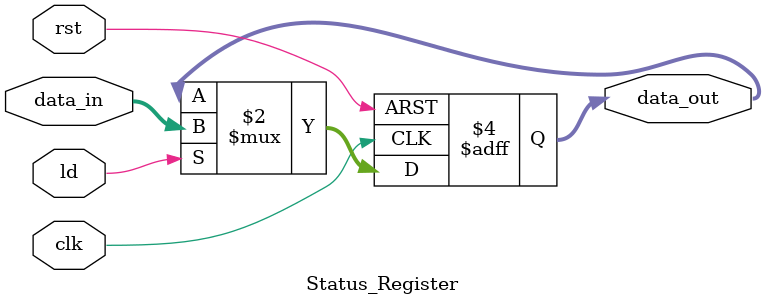
<source format=v>
module Status_Register (
    input clk, rst,
    input ld,
    input [3:0] data_in,
    output reg [3:0] data_out
);


	always@(negedge clk, posedge rst) 
	begin
		if (rst) data_out <= 0;
		else if (ld) data_out <= data_in;
	end
	
endmodule
</source>
